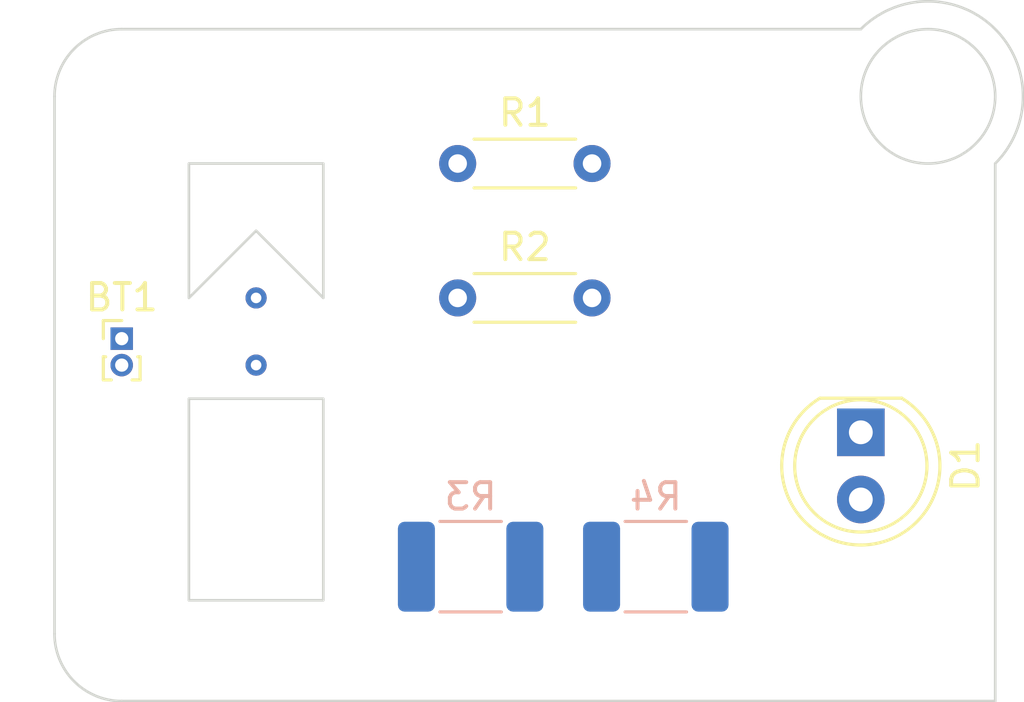
<source format=kicad_pcb>
(kicad_pcb (version 20221018) (generator pcbnew)
  (layers (0 "F.Cu" signal) (31 "B.Cu" signal) (34 "B.Paste" user) (35 "F.Paste" user) (36 "B.SilkS" user "B.Silkscreen") (37 "F.SilkS" user "F.Silkscreen") (38 "B.Mask" user) (39 "F.Mask" user) (44 "Edge.Cuts" user))
  (net 0 "")
  (net 1 "Net-(D1-K)")
  (net 2 "Net-(D1-A)")
  (net 3 "Net-(BT1-+)")
  (net 4 "Net-(R1-Pad2)")
  (net 5 "Net-(BT1--)")
  (net 6 "Net-(R3-Pad2)")
  (footprint "Resistor_THT:R_Axial_DIN0204_L3.6mm_D1.6mm_P5.08mm_Horizontal" (layer "F.Cu") (at 116.84 71.12)
    (fp_text reference "R2" (at 2.54 -1.92) (layer "F.SilkS"))
    (fp_text value "R")
    (fp_line (start 0.62 -0.92) (end 4.46 -0.92) (stroke (width 0.12)) (layer "F.SilkS"))
    (fp_line (start 0.62 0.92) (end 4.46 0.92) (stroke (width 0.12)) (layer "F.SilkS"))
    (pad "1" thru_hole circle (at 0 0) (size 1.4 1.4) (drill 0.7) (layers "*.Cu" "*.Mask") (net 4 "Net-(R1-Pad2)"))
    (pad "2" thru_hole oval (at 5.08 0) (size 1.4 1.4) (drill 0.7) (layers "*.Cu" "*.Mask") (net 2 "Net-(D1-A)"))
  )
  (footprint "LED_THT:LED_D5.0mm" (layer "F.Cu") (at 132.08 76.2 -90)
    (fp_text reference "D1" (at 1.27 -3.96 90) (layer "F.SilkS"))
    (fp_text value "LED")
    (fp_line (start -1.29 -1.545) (end -1.29 1.545) (stroke (width 0.12)) (layer "F.SilkS"))
    (fp_arc (start -1.29 -1.54483) (mid 2.072002 -2.880433) (end 4.26 0.000462) (stroke (width 0.12)) (layer "F.SilkS"))
    (fp_arc (start 4.26 -0.000462) (mid 2.072002 2.880433) (end -1.29 1.54483) (stroke (width 0.12)) (layer "F.SilkS"))
    (fp_circle (center 1.27 0) (end 3.77 0) (stroke (width 0.12)) (fill none) (layer "F.SilkS"))
    (pad "1" thru_hole rect (at 0 0 270) (size 1.8 1.8) (drill 0.9) (layers "*.Cu" "*.Mask") (net 1 "Net-(D1-K)"))
    (pad "2" thru_hole circle (at 2.54 0 270) (size 1.8 1.8) (drill 0.9) (layers "*.Cu" "*.Mask") (net 2 "Net-(D1-A)"))
  )
  (footprint "Resistor_THT:R_Axial_DIN0204_L3.6mm_D1.6mm_P5.08mm_Horizontal" (layer "F.Cu") (at 116.84 66.04)
    (fp_text reference "R1" (at 2.54 -1.92) (layer "F.SilkS"))
    (fp_text value "R")
    (fp_line (start 0.62 -0.92) (end 4.46 -0.92) (stroke (width 0.12)) (layer "F.SilkS"))
    (fp_line (start 0.62 0.92) (end 4.46 0.92) (stroke (width 0.12)) (layer "F.SilkS"))
    (pad "1" thru_hole circle (at 0 0) (size 1.4 1.4) (drill 0.7) (layers "*.Cu" "*.Mask") (net 3 "Net-(BT1-+)"))
    (pad "2" thru_hole oval (at 5.08 0) (size 1.4 1.4) (drill 0.7) (layers "*.Cu" "*.Mask") (net 4 "Net-(R1-Pad2)"))
  )
  (footprint "Connector_PinHeader_1.00mm:PinHeader_1x02_P1.00mm_Vertical" (layer "F.Cu") (at 104.14 72.66)
    (fp_text reference "BT1" (at 0 -1.56) (layer "F.SilkS"))
    (fp_text value "Battery_Cell")
    (fp_line (start -0.695 -0.685) (end 0 -0.685) (stroke (width 0.12)) (layer "F.SilkS"))
    (fp_line (start -0.695 0) (end -0.695 -0.685) (stroke (width 0.12)) (layer "F.SilkS"))
    (fp_line (start -0.695 0.685) (end -0.695 1.56) (stroke (width 0.12)) (layer "F.SilkS"))
    (fp_line (start -0.695 0.685) (end -0.608276 0.685) (stroke (width 0.12)) (layer "F.SilkS"))
    (fp_line (start -0.695 1.56) (end -0.394493 1.56) (stroke (width 0.12)) (layer "F.SilkS"))
    (fp_line (start 0.394493 1.56) (end 0.695 1.56) (stroke (width 0.12)) (layer "F.SilkS"))
    (fp_line (start 0.608276 0.685) (end 0.695 0.685) (stroke (width 0.12)) (layer "F.SilkS"))
    (fp_line (start 0.695 0.685) (end 0.695 1.56) (stroke (width 0.12)) (layer "F.SilkS"))
    (pad "1" thru_hole rect (at 0 0) (size 0.85 0.85) (drill 0.5) (layers "*.Cu" "*.Mask") (net 3 "Net-(BT1-+)"))
    (pad "2" thru_hole oval (at 0 1) (size 0.85 0.85) (drill 0.5) (layers "*.Cu" "*.Mask") (net 5 "Net-(BT1--)"))
  )
  (footprint "Capacitor_SMD:C_1812_4532Metric" (layer "B.Cu") (at 124.33 81.28 180)
    (fp_text reference "R4" (at 0 2.65) (layer "B.SilkS") (effects (justify mirror)))
    (fp_text value "R")
    (fp_line (start -1.161252 -1.71) (end 1.161252 -1.71) (stroke (width 0.12)) (layer "B.SilkS"))
    (fp_line (start -1.161252 1.71) (end 1.161252 1.71) (stroke (width 0.12)) (layer "B.SilkS"))
    (pad "1" smd roundrect (at -2.05 0 180) (size 1.4 3.4) (layers "B.Cu" "B.Paste" "B.Mask") (roundrect_rratio 0.178571) (net 6 "Net-(R3-Pad2)"))
    (pad "2" smd roundrect (at 2.05 0 180) (size 1.4 3.4) (layers "B.Cu" "B.Paste" "B.Mask") (roundrect_rratio 0.178571) (net 1 "Net-(D1-K)"))
  )
  (footprint "Capacitor_SMD:C_1812_4532Metric" (layer "B.Cu") (at 117.33 81.28 180)
    (fp_text reference "R3" (at 0 2.65) (layer "B.SilkS") (effects (justify mirror)))
    (fp_text value "R")
    (fp_line (start -1.161252 -1.71) (end 1.161252 -1.71) (stroke (width 0.12)) (layer "B.SilkS"))
    (fp_line (start -1.161252 1.71) (end 1.161252 1.71) (stroke (width 0.12)) (layer "B.SilkS"))
    (pad "1" smd roundrect (at -2.05 0 180) (size 1.4 3.4) (layers "B.Cu" "B.Paste" "B.Mask") (roundrect_rratio 0.178571) (net 5 "Net-(BT1--)"))
    (pad "2" smd roundrect (at 2.05 0 180) (size 1.4 3.4) (layers "B.Cu" "B.Paste" "B.Mask") (roundrect_rratio 0.178571) (net 6 "Net-(R3-Pad2)"))
  )
  (gr_line (start 101.6 63.5) (end 101.6 83.82) (stroke (width 0.1)) (layer "Edge.Cuts"))
  (gr_rect (start 106.68 74.93) (end 111.76 82.55) (stroke (width 0.1)) (fill none) (layer "Edge.Cuts"))
  (gr_poly (pts (xy 106.68 71.12) (xy 109.22 68.58) (xy 111.76 71.12) (xy 111.76 66.04) (xy 106.68 66.04)) (stroke (width 0.1)) (fill none) (layer "Edge.Cuts"))
  (gr_line (start 137.16 86.36) (end 137.16 66.04) (stroke (width 0.1)) (layer "Edge.Cuts"))
  (gr_line (start 104.14 86.36) (end 137.16 86.36) (stroke (width 0.1)) (layer "Edge.Cuts"))
  (gr_arc (start 132.08 60.96) (mid 137.16 60.96) (end 137.16 66.04) (stroke (width 0.1)) (layer "Edge.Cuts"))
  (gr_arc (start 104.14 86.36) (mid 102.343949 85.616051) (end 101.6 83.82) (stroke (width 0.1)) (layer "Edge.Cuts"))
  (gr_line (start 132.08 60.96) (end 104.14 60.96) (stroke (width 0.1)) (layer "Edge.Cuts"))
  (gr_circle (center 134.62 63.5) (end 134.62 66.04) (stroke (width 0.1)) (fill none) (layer "Edge.Cuts"))
  (gr_arc (start 101.6 63.5) (mid 102.343949 61.703949) (end 104.14 60.96) (stroke (width 0.1)) (layer "Edge.Cuts"))
  (via (at 109.22 73.66) (size 0.8) (drill 0.4) (layers "F.Cu" "B.Cu") (net 0))
  (via (at 109.22 71.12) (size 0.8) (drill 0.4) (layers "F.Cu" "B.Cu") (net 0))
)
</source>
